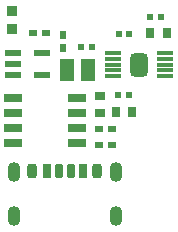
<source format=gtp>
G04 #@! TF.GenerationSoftware,KiCad,Pcbnew,8.0.1*
G04 #@! TF.CreationDate,2024-12-14T14:03:44-06:00*
G04 #@! TF.ProjectId,SD_ProtoBoard,53445f50-726f-4746-9f42-6f6172642e6b,rev?*
G04 #@! TF.SameCoordinates,Original*
G04 #@! TF.FileFunction,Paste,Top*
G04 #@! TF.FilePolarity,Positive*
%FSLAX46Y46*%
G04 Gerber Fmt 4.6, Leading zero omitted, Abs format (unit mm)*
G04 Created by KiCad (PCBNEW 8.0.1) date 2024-12-14 14:03:44*
%MOMM*%
%LPD*%
G01*
G04 APERTURE LIST*
G04 Aperture macros list*
%AMRoundRect*
0 Rectangle with rounded corners*
0 $1 Rounding radius*
0 $2 $3 $4 $5 $6 $7 $8 $9 X,Y pos of 4 corners*
0 Add a 4 corners polygon primitive as box body*
4,1,4,$2,$3,$4,$5,$6,$7,$8,$9,$2,$3,0*
0 Add four circle primitives for the rounded corners*
1,1,$1+$1,$2,$3*
1,1,$1+$1,$4,$5*
1,1,$1+$1,$6,$7*
1,1,$1+$1,$8,$9*
0 Add four rect primitives between the rounded corners*
20,1,$1+$1,$2,$3,$4,$5,0*
20,1,$1+$1,$4,$5,$6,$7,0*
20,1,$1+$1,$6,$7,$8,$9,0*
20,1,$1+$1,$8,$9,$2,$3,0*%
G04 Aperture macros list end*
%ADD10R,1.400000X0.600000*%
%ADD11R,1.400000X0.300000*%
%ADD12RoundRect,0.375000X0.375000X-0.625000X0.375000X0.625000X-0.375000X0.625000X-0.375000X-0.625000X0*%
%ADD13R,0.750000X0.600000*%
%ADD14R,0.600000X0.620000*%
%ADD15RoundRect,0.175000X-0.175000X-0.425000X0.175000X-0.425000X0.175000X0.425000X-0.175000X0.425000X0*%
%ADD16RoundRect,0.190000X0.190000X0.410000X-0.190000X0.410000X-0.190000X-0.410000X0.190000X-0.410000X0*%
%ADD17RoundRect,0.200000X0.200000X0.400000X-0.200000X0.400000X-0.200000X-0.400000X0.200000X-0.400000X0*%
%ADD18RoundRect,0.175000X0.175000X0.425000X-0.175000X0.425000X-0.175000X-0.425000X0.175000X-0.425000X0*%
%ADD19RoundRect,0.190000X-0.190000X-0.410000X0.190000X-0.410000X0.190000X0.410000X-0.190000X0.410000X0*%
%ADD20RoundRect,0.200000X-0.200000X-0.400000X0.200000X-0.400000X0.200000X0.400000X-0.200000X0.400000X0*%
%ADD21O,1.100000X1.700000*%
%ADD22R,0.950000X0.950000*%
%ADD23R,1.150000X1.850000*%
%ADD24R,0.940000X0.750000*%
%ADD25R,0.750000X0.940000*%
%ADD26R,0.560000X0.620000*%
%ADD27R,1.500000X0.650000*%
%ADD28R,0.600000X0.750000*%
G04 APERTURE END LIST*
D10*
G04 #@! TO.C,IC3*
X133150000Y-102470000D03*
X133150000Y-103420000D03*
X133150000Y-104370000D03*
X135650000Y-104370000D03*
X135650000Y-102470000D03*
G04 #@! TD*
D11*
G04 #@! TO.C,IC2*
X141680000Y-102470000D03*
X141680000Y-102970000D03*
X141680000Y-103470000D03*
X141680000Y-103970000D03*
X141680000Y-104470000D03*
X146080000Y-104470000D03*
X146080000Y-103970000D03*
X146080000Y-103470000D03*
X146080000Y-102970000D03*
X146080000Y-102470000D03*
D12*
X143880000Y-103470000D03*
G04 #@! TD*
D13*
G04 #@! TO.C,R3*
X140480000Y-108930000D03*
X141580000Y-108930000D03*
G04 #@! TD*
D14*
G04 #@! TO.C,C4*
X145690000Y-99470000D03*
X144770000Y-99470000D03*
G04 #@! TD*
G04 #@! TO.C,C2*
X142980000Y-106070000D03*
X142060000Y-106070000D03*
G04 #@! TD*
D15*
G04 #@! TO.C,J3*
X137090000Y-112450000D03*
D16*
X139110000Y-112450000D03*
D17*
X140340000Y-112450000D03*
D18*
X138090000Y-112450000D03*
D19*
X136070000Y-112450000D03*
D20*
X134840000Y-112450000D03*
D21*
X133270000Y-112530000D03*
X133270000Y-116330000D03*
X141910000Y-112530000D03*
X141910000Y-116330000D03*
G04 #@! TD*
D22*
G04 #@! TO.C,LED1*
X133120000Y-100460000D03*
X133120000Y-98960000D03*
G04 #@! TD*
D23*
G04 #@! TO.C,L1*
X137780000Y-103970000D03*
X139580000Y-103970000D03*
G04 #@! TD*
D24*
G04 #@! TO.C,C6*
X140560000Y-107550000D03*
X140560000Y-106150000D03*
G04 #@! TD*
D14*
G04 #@! TO.C,C5*
X142130000Y-100925000D03*
X143050000Y-100925000D03*
G04 #@! TD*
D25*
G04 #@! TO.C,C7*
X143280000Y-107480000D03*
X141880000Y-107480000D03*
G04 #@! TD*
D13*
G04 #@! TO.C,R1*
X140480000Y-110270000D03*
X141580000Y-110270000D03*
G04 #@! TD*
G04 #@! TO.C,R2*
X134860000Y-100790000D03*
X135960000Y-100790000D03*
G04 #@! TD*
D26*
G04 #@! TO.C,C1*
X138920000Y-101970000D03*
X139880000Y-101970000D03*
G04 #@! TD*
D25*
G04 #@! TO.C,C3*
X146230000Y-100770000D03*
X144830000Y-100770000D03*
G04 #@! TD*
D27*
G04 #@! TO.C,IC1*
X138620000Y-106300000D03*
X138620000Y-107570000D03*
X138620000Y-108840000D03*
X138620000Y-110110000D03*
X133220000Y-110110000D03*
X133220000Y-108840000D03*
X133220000Y-107570000D03*
X133220000Y-106300000D03*
G04 #@! TD*
D28*
G04 #@! TO.C,R4*
X137390000Y-102070000D03*
X137390000Y-100970000D03*
G04 #@! TD*
M02*

</source>
